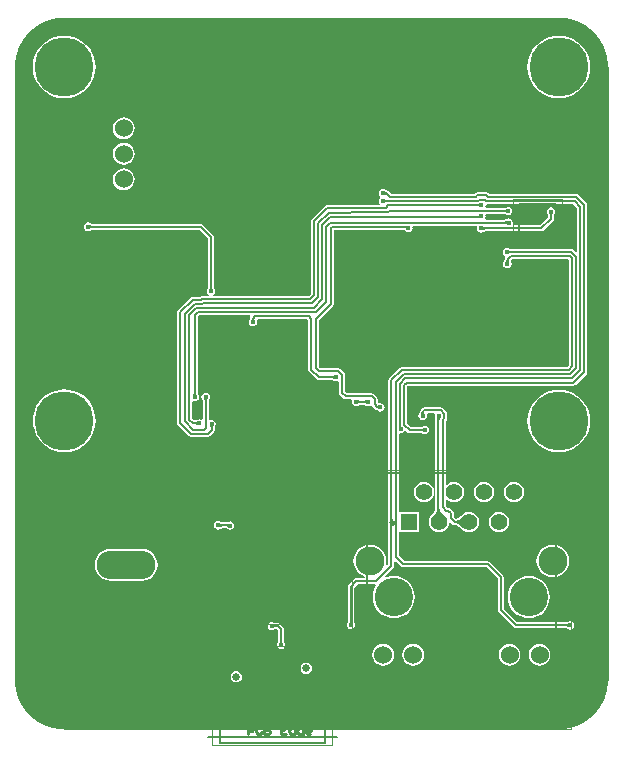
<source format=gbl>
G04*
G04 #@! TF.GenerationSoftware,Altium Limited,Altium Designer,20.0.12 (288)*
G04*
G04 Layer_Physical_Order=2*
G04 Layer_Color=8865052*
%FSLAX44Y44*%
%MOMM*%
G71*
G01*
G75*
%ADD10C,0.2000*%
%ADD11C,0.3000*%
%ADD12C,0.2540*%
%ADD14C,0.1270*%
%ADD16C,0.0000*%
%ADD17C,0.0500*%
%ADD74O,5.0000X2.4000*%
%ADD75O,2.4000X5.0000*%
%ADD76C,0.6500*%
%ADD77O,1.0000X2.0000*%
%ADD78O,0.9000X1.8000*%
%ADD79C,1.5240*%
%ADD80C,3.2500*%
%ADD81C,2.4450*%
%ADD82C,1.5300*%
%ADD83C,1.3980*%
%ADD84R,1.3980X1.3980*%
%ADD85C,5.0000*%
%ADD86C,0.4000*%
G36*
X1752750Y854750D02*
X1755388Y854750D01*
X1760620Y854061D01*
X1765717Y852695D01*
X1770593Y850676D01*
X1775163Y848037D01*
X1779349Y844825D01*
X1783080Y841094D01*
X1786293Y836907D01*
X1788931Y832337D01*
X1790950Y827462D01*
X1792316Y822365D01*
X1793005Y817133D01*
X1793005Y814495D01*
X1793005Y814495D01*
X1793005Y814495D01*
X1793005Y294832D01*
X1793005Y292204D01*
X1792319Y286995D01*
X1790959Y281920D01*
X1788949Y277066D01*
X1786322Y272516D01*
X1783123Y268347D01*
X1779408Y264632D01*
X1775239Y261433D01*
X1770689Y258806D01*
X1765835Y256796D01*
X1760760Y255436D01*
X1755550Y254750D01*
X1752923Y254750D01*
X1752923Y254750D01*
X1752923Y254750D01*
X1333356D01*
X1330711Y254750D01*
X1325467Y255440D01*
X1320358Y256809D01*
X1315471Y258834D01*
X1310890Y261478D01*
X1306694Y264698D01*
X1302953Y268438D01*
X1299733Y272635D01*
X1297089Y277216D01*
X1295064Y282103D01*
X1293695Y287212D01*
X1293005Y292456D01*
X1293005Y295101D01*
X1293005Y295101D01*
X1293005Y814002D01*
Y816673D01*
X1293702Y821969D01*
X1295085Y827128D01*
X1297129Y832063D01*
X1299800Y836689D01*
X1303051Y840927D01*
X1306828Y844704D01*
X1311066Y847955D01*
X1315692Y850626D01*
X1320627Y852670D01*
X1325787Y854053D01*
X1331082Y854750D01*
X1333753Y854750D01*
X1333753Y854750D01*
X1752750Y854750D01*
D02*
G37*
%LPC*%
G36*
X1752250Y840582D02*
X1748092Y840255D01*
X1744036Y839281D01*
X1740182Y837685D01*
X1736626Y835505D01*
X1733454Y832796D01*
X1730745Y829624D01*
X1728565Y826068D01*
X1726969Y822214D01*
X1725995Y818158D01*
X1725668Y814000D01*
X1725995Y809842D01*
X1726969Y805786D01*
X1728565Y801932D01*
X1730745Y798375D01*
X1733454Y795204D01*
X1736626Y792495D01*
X1740182Y790315D01*
X1744036Y788719D01*
X1748092Y787745D01*
X1752250Y787418D01*
X1756408Y787745D01*
X1760464Y788719D01*
X1764318Y790315D01*
X1767874Y792495D01*
X1771046Y795204D01*
X1773755Y798375D01*
X1775935Y801932D01*
X1777531Y805786D01*
X1778505Y809842D01*
X1778832Y814000D01*
X1778505Y818158D01*
X1777531Y822214D01*
X1775935Y826068D01*
X1773755Y829624D01*
X1771046Y832796D01*
X1767874Y835505D01*
X1764318Y837685D01*
X1760464Y839281D01*
X1756408Y840255D01*
X1752250Y840582D01*
D02*
G37*
G36*
X1333500D02*
X1329342Y840255D01*
X1325286Y839281D01*
X1321432Y837685D01*
X1317876Y835505D01*
X1314704Y832796D01*
X1311995Y829624D01*
X1309815Y826068D01*
X1308219Y822214D01*
X1307245Y818158D01*
X1306918Y814000D01*
X1307245Y809842D01*
X1308219Y805786D01*
X1309815Y801932D01*
X1311995Y798375D01*
X1314704Y795204D01*
X1317876Y792495D01*
X1321432Y790315D01*
X1325286Y788719D01*
X1329342Y787745D01*
X1333500Y787418D01*
X1337658Y787745D01*
X1341714Y788719D01*
X1345568Y790315D01*
X1349124Y792495D01*
X1352296Y795204D01*
X1355005Y798375D01*
X1357185Y801932D01*
X1358781Y805786D01*
X1359755Y809842D01*
X1360082Y814000D01*
X1359755Y818158D01*
X1358781Y822214D01*
X1357185Y826068D01*
X1355005Y829624D01*
X1352296Y832796D01*
X1349124Y835505D01*
X1345568Y837685D01*
X1341714Y839281D01*
X1337658Y840255D01*
X1333500Y840582D01*
D02*
G37*
G36*
X1384000Y771249D02*
X1381619Y770935D01*
X1379401Y770016D01*
X1377496Y768554D01*
X1376034Y766649D01*
X1375115Y764431D01*
X1374801Y762050D01*
X1375115Y759669D01*
X1376034Y757451D01*
X1377496Y755546D01*
X1379401Y754084D01*
X1381619Y753165D01*
X1384000Y752851D01*
X1386381Y753165D01*
X1388599Y754084D01*
X1390504Y755546D01*
X1391966Y757451D01*
X1392885Y759669D01*
X1393199Y762050D01*
X1392885Y764431D01*
X1391966Y766649D01*
X1390504Y768554D01*
X1388599Y770016D01*
X1386381Y770935D01*
X1384000Y771249D01*
D02*
G37*
G36*
Y749649D02*
X1381619Y749335D01*
X1379401Y748416D01*
X1377496Y746954D01*
X1376034Y745049D01*
X1375115Y742831D01*
X1374801Y740450D01*
X1375115Y738069D01*
X1376034Y735851D01*
X1377496Y733945D01*
X1379401Y732484D01*
X1381619Y731565D01*
X1384000Y731251D01*
X1386381Y731565D01*
X1388599Y732484D01*
X1390504Y733945D01*
X1391966Y735851D01*
X1392885Y738069D01*
X1393199Y740450D01*
X1392885Y742831D01*
X1391966Y745049D01*
X1390504Y746954D01*
X1388599Y748416D01*
X1386381Y749335D01*
X1384000Y749649D01*
D02*
G37*
G36*
Y728049D02*
X1381619Y727735D01*
X1379401Y726816D01*
X1377496Y725355D01*
X1376034Y723449D01*
X1375115Y721231D01*
X1374801Y718850D01*
X1375115Y716469D01*
X1376034Y714251D01*
X1377496Y712346D01*
X1379401Y710884D01*
X1381619Y709965D01*
X1384000Y709651D01*
X1386381Y709965D01*
X1388599Y710884D01*
X1390504Y712346D01*
X1391966Y714251D01*
X1392885Y716469D01*
X1393199Y718850D01*
X1392885Y721231D01*
X1391966Y723449D01*
X1390504Y725355D01*
X1388599Y726816D01*
X1386381Y727735D01*
X1384000Y728049D01*
D02*
G37*
G36*
X1603750Y710569D02*
X1602384Y710297D01*
X1601227Y709523D01*
X1600453Y708366D01*
X1600181Y707000D01*
X1600453Y705634D01*
X1601227Y704477D01*
X1601233Y704472D01*
Y702945D01*
X1600977Y702773D01*
X1600203Y701616D01*
X1599931Y700250D01*
X1600203Y698884D01*
X1600553Y698361D01*
X1599874Y697091D01*
X1556357D01*
X1555381Y696897D01*
X1554554Y696344D01*
X1543174Y684964D01*
X1542621Y684137D01*
X1542427Y683161D01*
Y621563D01*
X1540663Y619799D01*
X1459750D01*
X1459560Y620369D01*
X1459539Y621069D01*
X1460523Y621727D01*
X1461297Y622884D01*
X1461569Y624250D01*
X1461297Y625616D01*
X1460704Y626502D01*
X1460701Y626539D01*
X1460701Y626586D01*
X1460695Y626601D01*
X1460694Y626618D01*
X1460674Y626656D01*
X1460670Y626670D01*
X1460658Y626719D01*
X1460649Y626777D01*
X1460626Y627049D01*
X1460623Y627212D01*
X1460549Y627383D01*
Y670250D01*
X1460355Y671226D01*
X1459802Y672052D01*
X1451302Y680552D01*
X1450475Y681105D01*
X1449500Y681299D01*
X1356904D01*
X1356745Y681372D01*
X1356384Y681386D01*
X1356297Y681396D01*
X1356219Y681408D01*
X1356170Y681420D01*
X1356156Y681424D01*
X1356118Y681444D01*
X1356101Y681445D01*
X1356086Y681451D01*
X1356039Y681451D01*
X1356003Y681454D01*
X1355116Y682047D01*
X1353750Y682319D01*
X1352384Y682047D01*
X1351227Y681273D01*
X1350453Y680116D01*
X1350181Y678750D01*
X1350453Y677384D01*
X1351227Y676227D01*
X1352384Y675453D01*
X1353750Y675181D01*
X1355116Y675453D01*
X1356003Y676046D01*
X1356039Y676049D01*
X1356086Y676049D01*
X1356101Y676055D01*
X1356118Y676056D01*
X1356156Y676076D01*
X1356170Y676080D01*
X1356219Y676092D01*
X1356277Y676101D01*
X1356549Y676124D01*
X1356712Y676127D01*
X1356883Y676201D01*
X1448444D01*
X1455451Y669194D01*
Y627404D01*
X1455378Y627244D01*
X1455364Y626884D01*
X1455354Y626797D01*
X1455342Y626719D01*
X1455331Y626670D01*
X1455326Y626656D01*
X1455306Y626618D01*
X1455305Y626601D01*
X1455299Y626586D01*
X1455299Y626539D01*
X1455296Y626502D01*
X1454703Y625616D01*
X1454431Y624250D01*
X1454703Y622884D01*
X1455477Y621727D01*
X1456461Y621069D01*
X1456440Y620369D01*
X1456250Y619799D01*
X1449247D01*
X1448271Y619605D01*
X1448187Y619549D01*
X1442546D01*
X1441570Y619355D01*
X1440743Y618802D01*
X1429948Y608007D01*
X1429395Y607180D01*
X1429201Y606204D01*
Y512876D01*
X1429395Y511901D01*
X1429948Y511074D01*
X1439324Y501698D01*
X1440151Y501145D01*
X1441126Y500951D01*
X1455250D01*
X1456225Y501145D01*
X1457052Y501698D01*
X1460052Y504698D01*
X1460605Y505524D01*
X1460799Y506500D01*
Y508596D01*
X1460872Y508755D01*
X1460886Y509116D01*
X1460896Y509203D01*
X1460908Y509281D01*
X1460919Y509330D01*
X1460924Y509344D01*
X1460944Y509382D01*
X1460945Y509399D01*
X1460951Y509414D01*
X1460951Y509461D01*
X1460954Y509497D01*
X1461547Y510384D01*
X1461819Y511750D01*
X1461547Y513116D01*
X1460773Y514273D01*
X1459616Y515047D01*
X1458250Y515319D01*
X1457069Y515084D01*
X1455980Y515530D01*
X1455799Y515627D01*
Y531596D01*
X1455872Y531756D01*
X1455886Y532116D01*
X1455896Y532203D01*
X1455908Y532281D01*
X1455919Y532330D01*
X1455924Y532344D01*
X1455944Y532382D01*
X1455945Y532399D01*
X1455951Y532414D01*
X1455951Y532461D01*
X1455954Y532497D01*
X1456547Y533384D01*
X1456819Y534750D01*
X1456547Y536116D01*
X1455773Y537273D01*
X1454616Y538047D01*
X1453250Y538319D01*
X1451884Y538047D01*
X1450727Y537273D01*
X1449953Y536116D01*
X1449681Y534750D01*
X1449953Y533384D01*
X1450546Y532497D01*
X1450549Y532461D01*
X1450549Y532414D01*
X1450555Y532399D01*
X1450556Y532382D01*
X1450576Y532344D01*
X1450580Y532330D01*
X1450592Y532281D01*
X1450601Y532223D01*
X1450624Y531951D01*
X1450627Y531788D01*
X1450701Y531617D01*
Y515993D01*
X1449431Y515314D01*
X1449184Y515479D01*
X1447818Y515751D01*
X1446452Y515479D01*
X1445728Y514995D01*
X1445687Y514983D01*
X1445677Y514981D01*
X1445608Y514977D01*
X1445585Y514978D01*
X1445578Y514975D01*
X1445561Y514974D01*
X1445521Y514955D01*
X1445509Y514953D01*
X1445501Y514948D01*
X1445487Y514944D01*
X1445430Y514932D01*
X1445363Y514922D01*
X1445082Y514900D01*
X1444914Y514897D01*
X1444743Y514823D01*
X1443307D01*
X1441799Y516331D01*
Y530350D01*
X1443069Y531117D01*
X1444000Y530931D01*
X1445366Y531203D01*
X1446523Y531977D01*
X1447297Y533134D01*
X1447569Y534500D01*
X1447297Y535866D01*
X1446704Y536753D01*
X1446701Y536789D01*
X1446701Y536836D01*
X1446695Y536851D01*
X1446694Y536868D01*
X1446674Y536906D01*
X1446669Y536920D01*
X1446658Y536969D01*
X1446649Y537027D01*
X1446626Y537299D01*
X1446623Y537462D01*
X1446549Y537633D01*
Y602549D01*
X1447951Y603951D01*
X1491040D01*
X1491225Y603503D01*
X1491430Y602681D01*
X1490961Y601980D01*
X1490833Y601333D01*
X1490694Y601031D01*
X1490703Y601006D01*
X1490693Y600982D01*
X1490691Y600780D01*
X1490679Y600462D01*
X1490678Y600451D01*
X1489953Y599366D01*
X1489681Y598000D01*
X1489953Y596634D01*
X1490727Y595477D01*
X1491884Y594703D01*
X1493250Y594431D01*
X1494616Y594703D01*
X1495773Y595477D01*
X1496547Y596634D01*
X1496819Y598000D01*
X1496590Y599148D01*
X1497021Y599971D01*
X1497371Y600418D01*
X1539496D01*
X1540201Y599713D01*
Y557558D01*
X1540395Y556582D01*
X1540948Y555755D01*
X1547255Y549448D01*
X1548082Y548895D01*
X1549058Y548701D01*
X1560346D01*
X1560506Y548628D01*
X1560866Y548614D01*
X1560953Y548604D01*
X1561031Y548592D01*
X1561080Y548581D01*
X1561094Y548576D01*
X1561132Y548556D01*
X1561149Y548555D01*
X1561164Y548549D01*
X1561211Y548549D01*
X1561248Y548546D01*
X1562134Y547953D01*
X1563500Y547681D01*
X1564681Y547916D01*
X1565769Y547470D01*
X1565951Y547373D01*
Y538250D01*
X1566145Y537275D01*
X1566698Y536448D01*
X1569948Y533198D01*
X1570775Y532645D01*
X1571750Y532451D01*
X1576574D01*
X1577458Y531181D01*
X1577322Y530500D01*
X1577594Y529134D01*
X1578368Y527977D01*
X1579525Y527203D01*
X1580891Y526931D01*
X1582257Y527203D01*
X1583143Y527796D01*
X1583180Y527799D01*
X1583227Y527799D01*
X1583242Y527805D01*
X1583259Y527806D01*
X1583297Y527826D01*
X1583311Y527831D01*
X1583360Y527842D01*
X1583418Y527851D01*
X1583690Y527874D01*
X1583853Y527877D01*
X1584024Y527951D01*
X1587346D01*
X1587505Y527878D01*
X1587866Y527864D01*
X1587953Y527854D01*
X1588031Y527842D01*
X1588080Y527831D01*
X1588094Y527826D01*
X1588132Y527806D01*
X1588149Y527805D01*
X1588164Y527799D01*
X1588211Y527799D01*
X1588248Y527796D01*
X1589134Y527203D01*
X1590500Y526931D01*
X1591866Y527203D01*
X1592523Y527642D01*
X1593841Y527270D01*
X1593945Y527181D01*
X1594448Y526428D01*
X1596546Y524330D01*
X1597372Y523778D01*
X1597902Y523672D01*
X1598200Y523516D01*
X1598263Y523535D01*
X1598323Y523509D01*
X1598465Y523507D01*
X1598652Y523227D01*
X1599810Y522453D01*
X1601176Y522181D01*
X1602541Y522453D01*
X1603699Y523227D01*
X1604473Y524384D01*
X1604744Y525750D01*
X1604473Y527116D01*
X1603699Y528273D01*
X1602541Y529047D01*
X1601176Y529319D01*
X1599984Y529082D01*
X1599262Y529509D01*
X1598799Y529899D01*
Y532750D01*
X1598605Y533726D01*
X1598052Y534552D01*
X1595802Y536802D01*
X1594975Y537355D01*
X1594000Y537549D01*
X1572806D01*
X1571049Y539306D01*
Y553500D01*
X1570855Y554475D01*
X1570302Y555302D01*
X1567552Y558052D01*
X1566725Y558605D01*
X1565750Y558799D01*
X1550063D01*
X1548875Y559987D01*
Y599520D01*
X1560858Y611503D01*
X1561410Y612330D01*
X1561604Y613305D01*
Y676064D01*
X1621451D01*
X1621535Y676012D01*
X1621655Y676040D01*
X1621767Y675990D01*
X1621800Y675989D01*
X1622477Y674977D01*
X1623634Y674203D01*
X1625000Y673931D01*
X1626366Y674203D01*
X1627523Y674977D01*
X1628297Y676134D01*
X1628569Y677500D01*
X1628383Y678431D01*
X1629150Y679701D01*
X1682623D01*
X1682720Y679520D01*
X1683166Y678431D01*
X1682931Y677250D01*
X1683203Y675884D01*
X1683977Y674727D01*
X1685134Y673953D01*
X1686500Y673681D01*
X1687866Y673953D01*
X1688752Y674546D01*
X1688789Y674549D01*
X1688836Y674549D01*
X1688851Y674555D01*
X1688868Y674556D01*
X1688906Y674576D01*
X1688920Y674581D01*
X1688969Y674592D01*
X1689027Y674601D01*
X1689299Y674624D01*
X1689462Y674627D01*
X1689633Y674701D01*
X1737500D01*
X1738475Y674895D01*
X1739302Y675448D01*
X1747302Y683448D01*
X1747855Y684275D01*
X1748049Y685250D01*
Y688827D01*
X1748273Y688977D01*
X1749047Y690134D01*
X1749319Y691500D01*
X1749047Y692866D01*
X1748273Y694023D01*
X1747116Y694797D01*
X1745750Y695069D01*
X1744384Y694797D01*
X1743227Y694023D01*
X1742453Y692866D01*
X1742181Y691500D01*
X1742453Y690134D01*
X1742951Y689389D01*
Y686306D01*
X1736444Y679799D01*
X1713627D01*
X1713530Y679980D01*
X1713084Y681069D01*
X1713319Y682250D01*
X1713047Y683616D01*
X1712273Y684773D01*
X1711116Y685547D01*
X1709750Y685819D01*
X1708384Y685547D01*
X1707498Y684954D01*
X1707461Y684951D01*
X1707414Y684951D01*
X1707399Y684945D01*
X1707382Y684944D01*
X1707344Y684924D01*
X1707330Y684920D01*
X1707281Y684908D01*
X1707223Y684899D01*
X1706951Y684876D01*
X1706788Y684873D01*
X1706617Y684799D01*
X1690682D01*
X1690003Y686069D01*
X1690047Y686134D01*
X1690319Y687500D01*
X1690133Y688431D01*
X1690900Y689701D01*
X1706346D01*
X1706506Y689628D01*
X1706866Y689614D01*
X1706953Y689604D01*
X1707031Y689592D01*
X1707080Y689581D01*
X1707094Y689576D01*
X1707132Y689556D01*
X1707149Y689555D01*
X1707164Y689549D01*
X1707211Y689549D01*
X1707247Y689546D01*
X1708134Y688953D01*
X1709500Y688681D01*
X1710866Y688953D01*
X1712023Y689727D01*
X1712797Y690884D01*
X1713069Y692250D01*
X1712797Y693616D01*
X1712023Y694773D01*
X1710866Y695547D01*
X1709500Y695819D01*
X1708134Y695547D01*
X1707247Y694954D01*
X1707211Y694951D01*
X1707164Y694951D01*
X1707149Y694945D01*
X1707132Y694944D01*
X1707094Y694924D01*
X1707080Y694920D01*
X1707031Y694908D01*
X1706973Y694899D01*
X1706701Y694876D01*
X1706538Y694873D01*
X1706367Y694799D01*
X1690627D01*
X1690530Y694980D01*
X1690084Y696069D01*
X1690319Y697250D01*
X1691474Y697951D01*
X1764693D01*
X1767951Y694693D01*
Y657563D01*
X1766778Y657077D01*
X1764802Y659052D01*
X1763976Y659605D01*
X1763000Y659799D01*
X1711235D01*
X1710116Y660547D01*
X1708750Y660819D01*
X1707384Y660547D01*
X1706227Y659773D01*
X1705453Y658616D01*
X1705181Y657250D01*
X1705453Y655884D01*
X1706227Y654727D01*
X1706823Y654328D01*
X1707098Y652872D01*
X1707066Y652754D01*
X1706556Y651990D01*
X1706362Y651014D01*
Y650544D01*
X1706294Y650416D01*
X1706313Y650356D01*
X1706287Y650299D01*
X1706284Y650121D01*
X1706276Y650001D01*
X1706264Y649907D01*
X1706253Y649842D01*
X1706246Y649815D01*
X1706234Y649796D01*
X1706232Y649780D01*
X1706230Y649775D01*
X1706227Y649773D01*
X1705453Y648616D01*
X1705181Y647250D01*
X1705453Y645884D01*
X1706227Y644727D01*
X1707384Y643953D01*
X1708750Y643681D01*
X1710116Y643953D01*
X1711273Y644727D01*
X1712047Y645884D01*
X1712319Y647250D01*
X1712047Y648616D01*
X1711635Y649232D01*
X1711621Y649287D01*
X1711617Y649312D01*
X1711615Y649396D01*
X1711615Y649401D01*
X1711615Y649403D01*
X1711614Y649419D01*
X1711598Y649455D01*
X1711596Y649467D01*
X1711588Y649482D01*
X1711580Y649509D01*
X1711568Y649573D01*
X1711557Y649646D01*
X1711537Y649934D01*
X1711535Y650034D01*
X1712702Y651201D01*
X1760495D01*
X1760851Y650844D01*
Y561447D01*
X1759493Y560089D01*
X1619483D01*
X1618507Y559895D01*
X1617680Y559342D01*
X1608753Y550415D01*
X1608200Y549588D01*
X1608006Y548612D01*
Y392861D01*
X1606705Y391559D01*
X1605703Y392354D01*
X1606143Y395700D01*
X1605672Y399283D01*
X1604289Y402622D01*
X1602089Y405489D01*
X1599222Y407689D01*
X1595883Y409072D01*
X1592300Y409543D01*
X1588717Y409072D01*
X1585378Y407689D01*
X1582511Y405489D01*
X1580311Y402622D01*
X1578928Y399283D01*
X1578457Y395700D01*
X1578928Y392117D01*
X1580311Y388778D01*
X1582511Y385911D01*
X1585378Y383711D01*
X1588136Y382569D01*
X1587883Y381299D01*
X1581000D01*
X1580025Y381105D01*
X1579198Y380552D01*
X1574448Y375802D01*
X1573895Y374976D01*
X1573701Y374000D01*
Y344904D01*
X1573628Y344744D01*
X1573614Y344384D01*
X1573604Y344297D01*
X1573592Y344219D01*
X1573580Y344170D01*
X1573576Y344156D01*
X1573556Y344118D01*
X1573555Y344101D01*
X1573549Y344086D01*
X1573549Y344039D01*
X1573546Y344002D01*
X1572953Y343116D01*
X1572681Y341750D01*
X1572953Y340384D01*
X1573727Y339227D01*
X1574884Y338453D01*
X1576250Y338181D01*
X1577616Y338453D01*
X1578773Y339227D01*
X1579547Y340384D01*
X1579819Y341750D01*
X1579547Y343116D01*
X1578954Y344002D01*
X1578951Y344039D01*
X1578951Y344086D01*
X1578945Y344101D01*
X1578944Y344118D01*
X1578924Y344156D01*
X1578920Y344170D01*
X1578908Y344219D01*
X1578899Y344277D01*
X1578876Y344549D01*
X1578873Y344712D01*
X1578799Y344883D01*
Y372944D01*
X1582056Y376201D01*
X1597023D01*
X1597577Y375392D01*
X1597659Y375187D01*
X1597694Y374966D01*
X1596122Y372025D01*
X1595107Y368680D01*
X1594764Y365200D01*
X1595107Y361720D01*
X1596122Y358374D01*
X1597770Y355291D01*
X1599988Y352588D01*
X1602691Y350370D01*
X1605775Y348722D01*
X1609120Y347707D01*
X1612600Y347364D01*
X1616080Y347707D01*
X1619426Y348722D01*
X1622509Y350370D01*
X1625212Y352588D01*
X1627430Y355291D01*
X1629078Y358374D01*
X1630093Y361720D01*
X1630436Y365200D01*
X1630093Y368680D01*
X1629078Y372025D01*
X1627430Y375109D01*
X1625212Y377812D01*
X1622509Y380030D01*
X1619426Y381678D01*
X1616080Y382693D01*
X1612600Y383036D01*
X1609120Y382693D01*
X1605775Y381678D01*
X1605127Y382772D01*
X1612358Y390003D01*
X1612910Y390830D01*
X1613104Y391805D01*
Y395132D01*
X1614277Y395618D01*
X1618948Y390948D01*
X1619775Y390395D01*
X1620750Y390201D01*
X1691444D01*
X1700451Y381194D01*
Y354000D01*
X1700645Y353025D01*
X1701198Y352198D01*
X1713948Y339448D01*
X1714775Y338895D01*
X1715750Y338701D01*
X1758846D01*
X1759005Y338628D01*
X1759366Y338614D01*
X1759453Y338604D01*
X1759531Y338592D01*
X1759580Y338581D01*
X1759594Y338576D01*
X1759632Y338556D01*
X1759649Y338555D01*
X1759664Y338549D01*
X1759711Y338549D01*
X1759747Y338546D01*
X1760634Y337953D01*
X1762000Y337681D01*
X1763366Y337953D01*
X1764523Y338727D01*
X1765297Y339884D01*
X1765569Y341250D01*
X1765297Y342616D01*
X1764523Y343773D01*
X1763366Y344547D01*
X1762000Y344819D01*
X1760634Y344547D01*
X1759747Y343954D01*
X1759711Y343951D01*
X1759664Y343951D01*
X1759649Y343945D01*
X1759632Y343944D01*
X1759594Y343924D01*
X1759580Y343919D01*
X1759531Y343908D01*
X1759473Y343899D01*
X1759201Y343876D01*
X1759038Y343873D01*
X1758867Y343799D01*
X1716806D01*
X1705549Y355056D01*
Y382250D01*
X1705355Y383225D01*
X1704802Y384052D01*
X1694302Y394552D01*
X1693475Y395105D01*
X1692500Y395299D01*
X1621806D01*
X1616604Y400501D01*
Y419005D01*
X1616760Y420210D01*
X1617874Y420210D01*
X1633740D01*
Y437190D01*
X1616760Y437190D01*
X1616604Y438395D01*
Y503433D01*
X1617874Y504317D01*
X1618555Y504181D01*
X1619921Y504453D01*
X1621078Y505227D01*
X1621464Y505804D01*
X1622987Y506077D01*
X1624117Y504948D01*
X1624944Y504395D01*
X1625919Y504201D01*
X1635596D01*
X1635756Y504128D01*
X1636116Y504114D01*
X1636203Y504104D01*
X1636281Y504092D01*
X1636330Y504081D01*
X1636344Y504076D01*
X1636382Y504056D01*
X1636399Y504055D01*
X1636414Y504049D01*
X1636461Y504049D01*
X1636497Y504046D01*
X1637384Y503453D01*
X1638750Y503181D01*
X1640116Y503453D01*
X1641273Y504227D01*
X1642047Y505384D01*
X1642319Y506750D01*
X1642047Y508116D01*
X1641273Y509273D01*
X1640116Y510047D01*
X1638750Y510319D01*
X1637384Y510047D01*
X1636497Y509454D01*
X1636461Y509451D01*
X1636414Y509451D01*
X1636399Y509445D01*
X1636382Y509444D01*
X1636344Y509424D01*
X1636330Y509420D01*
X1636281Y509408D01*
X1636223Y509399D01*
X1635951Y509376D01*
X1635788Y509373D01*
X1635617Y509299D01*
X1626975D01*
X1623969Y512305D01*
Y543572D01*
X1624644Y544247D01*
X1764654D01*
X1765630Y544441D01*
X1766456Y544994D01*
X1775802Y554340D01*
X1776355Y555167D01*
X1776549Y556142D01*
Y690750D01*
Y697199D01*
X1776355Y698174D01*
X1775802Y699001D01*
X1768751Y706052D01*
X1767924Y706605D01*
X1766949Y706799D01*
X1693056D01*
X1692802Y707052D01*
X1691976Y707605D01*
X1691000Y707799D01*
X1683436D01*
X1682461Y707605D01*
X1681634Y707052D01*
X1681131Y706549D01*
X1610556D01*
X1608463Y708642D01*
X1607636Y709194D01*
X1607054Y709310D01*
X1606727Y709462D01*
X1606697Y709451D01*
X1606668Y709463D01*
X1606479Y709464D01*
X1606310Y709469D01*
X1606273Y709523D01*
X1605116Y710297D01*
X1603750Y710569D01*
D02*
G37*
G36*
X1333750Y541082D02*
X1329592Y540755D01*
X1325536Y539781D01*
X1321682Y538185D01*
X1318125Y536005D01*
X1314954Y533296D01*
X1312245Y530125D01*
X1310065Y526568D01*
X1308469Y522714D01*
X1307495Y518658D01*
X1307168Y514500D01*
X1307495Y510342D01*
X1308469Y506286D01*
X1310065Y502432D01*
X1312245Y498876D01*
X1314954Y495704D01*
X1318125Y492995D01*
X1321682Y490815D01*
X1325536Y489219D01*
X1329592Y488245D01*
X1333750Y487918D01*
X1337908Y488245D01*
X1341964Y489219D01*
X1345818Y490815D01*
X1349375Y492995D01*
X1352546Y495704D01*
X1355255Y498876D01*
X1357435Y502432D01*
X1359031Y506286D01*
X1360005Y510342D01*
X1360332Y514500D01*
X1360005Y518658D01*
X1359031Y522714D01*
X1357435Y526568D01*
X1355255Y530125D01*
X1352546Y533296D01*
X1349375Y536005D01*
X1345818Y538185D01*
X1341964Y539781D01*
X1337908Y540755D01*
X1333750Y541082D01*
D02*
G37*
G36*
X1752250Y540832D02*
X1748092Y540505D01*
X1744036Y539531D01*
X1740182Y537935D01*
X1736626Y535755D01*
X1733454Y533046D01*
X1730745Y529874D01*
X1728565Y526318D01*
X1726969Y522464D01*
X1725995Y518408D01*
X1725668Y514250D01*
X1725995Y510092D01*
X1726969Y506036D01*
X1728565Y502182D01*
X1730745Y498625D01*
X1733454Y495454D01*
X1736626Y492745D01*
X1740182Y490565D01*
X1744036Y488969D01*
X1748092Y487995D01*
X1752250Y487668D01*
X1756408Y487995D01*
X1760464Y488969D01*
X1764318Y490565D01*
X1767874Y492745D01*
X1771046Y495454D01*
X1773755Y498625D01*
X1775935Y502182D01*
X1777531Y506036D01*
X1778505Y510092D01*
X1778832Y514250D01*
X1778505Y518408D01*
X1777531Y522464D01*
X1775935Y526318D01*
X1773755Y529874D01*
X1771046Y533046D01*
X1767874Y535755D01*
X1764318Y537935D01*
X1760464Y539531D01*
X1756408Y540505D01*
X1752250Y540832D01*
D02*
G37*
G36*
X1714150Y462663D02*
X1711934Y462371D01*
X1709868Y461516D01*
X1708095Y460155D01*
X1706734Y458382D01*
X1705879Y456316D01*
X1705587Y454100D01*
X1705879Y451884D01*
X1706734Y449818D01*
X1708095Y448045D01*
X1709868Y446684D01*
X1711934Y445829D01*
X1714150Y445537D01*
X1716366Y445829D01*
X1718432Y446684D01*
X1720205Y448045D01*
X1721566Y449818D01*
X1722422Y451884D01*
X1722713Y454100D01*
X1722422Y456316D01*
X1721566Y458382D01*
X1720205Y460155D01*
X1718432Y461516D01*
X1716366Y462371D01*
X1714150Y462663D01*
D02*
G37*
G36*
X1688750D02*
X1686534Y462371D01*
X1684468Y461516D01*
X1682695Y460155D01*
X1681334Y458382D01*
X1680479Y456316D01*
X1680187Y454100D01*
X1680479Y451884D01*
X1681334Y449818D01*
X1682695Y448045D01*
X1684468Y446684D01*
X1686534Y445829D01*
X1688750Y445537D01*
X1690966Y445829D01*
X1693032Y446684D01*
X1694805Y448045D01*
X1696166Y449818D01*
X1697021Y451884D01*
X1697313Y454100D01*
X1697021Y456316D01*
X1696166Y458382D01*
X1694805Y460155D01*
X1693032Y461516D01*
X1690966Y462371D01*
X1688750Y462663D01*
D02*
G37*
G36*
X1652692Y525720D02*
X1638172D01*
X1637196Y525527D01*
X1636369Y524974D01*
X1635198Y523802D01*
X1634645Y522975D01*
X1634451Y522000D01*
Y521904D01*
X1634378Y521744D01*
X1634364Y521384D01*
X1634354Y521297D01*
X1634342Y521219D01*
X1634330Y521170D01*
X1634326Y521156D01*
X1634306Y521118D01*
X1634305Y521101D01*
X1634299Y521086D01*
X1634299Y521039D01*
X1634296Y521003D01*
X1633703Y520116D01*
X1633431Y518750D01*
X1633703Y517384D01*
X1634477Y516227D01*
X1635634Y515453D01*
X1637000Y515181D01*
X1638366Y515453D01*
X1639523Y516227D01*
X1640297Y517384D01*
X1640569Y518750D01*
X1640449Y519353D01*
X1641369Y520623D01*
X1646798D01*
X1647601Y519353D01*
X1647431Y518500D01*
X1647638Y517459D01*
X1647624Y517416D01*
X1647735Y515714D01*
X1647737Y515399D01*
X1647811Y515221D01*
Y440031D01*
X1647742Y439897D01*
X1647713Y439549D01*
X1647646Y439254D01*
X1647513Y438879D01*
X1647305Y438432D01*
X1647018Y437921D01*
X1646670Y437383D01*
X1645040Y435330D01*
X1644355Y434579D01*
X1644261Y434320D01*
X1643234Y432982D01*
X1642379Y430916D01*
X1642087Y428700D01*
X1642379Y426484D01*
X1643234Y424418D01*
X1644595Y422645D01*
X1646368Y421284D01*
X1648434Y420429D01*
X1650650Y420137D01*
X1652866Y420429D01*
X1654932Y421284D01*
X1656705Y422645D01*
X1658066Y424418D01*
X1658922Y426484D01*
X1659148Y428201D01*
X1660397Y428713D01*
X1660432Y428714D01*
X1662248Y426898D01*
X1663075Y426345D01*
X1664050Y426151D01*
X1664671D01*
X1664806Y426082D01*
X1665164Y426053D01*
X1665459Y425984D01*
X1665826Y425851D01*
X1666259Y425643D01*
X1666750Y425355D01*
X1667293Y424984D01*
X1667870Y424540D01*
X1669200Y423361D01*
X1669917Y422653D01*
X1670063Y422593D01*
X1671768Y421284D01*
X1673834Y420429D01*
X1676050Y420137D01*
X1678266Y420429D01*
X1680332Y421284D01*
X1682105Y422645D01*
X1683466Y424418D01*
X1684321Y426484D01*
X1684613Y428700D01*
X1684321Y430916D01*
X1683466Y432982D01*
X1682105Y434755D01*
X1680332Y436116D01*
X1678266Y436971D01*
X1676050Y437263D01*
X1673834Y436971D01*
X1671768Y436116D01*
X1670063Y434807D01*
X1669917Y434748D01*
X1669200Y434039D01*
X1667870Y432860D01*
X1667293Y432416D01*
X1666751Y432046D01*
X1666259Y431757D01*
X1665826Y431549D01*
X1665459Y431416D01*
X1665164Y431348D01*
X1665019Y431336D01*
X1663595Y432760D01*
Y436018D01*
X1663401Y436994D01*
X1662848Y437821D01*
X1660616Y440052D01*
X1659790Y440605D01*
X1658814Y440799D01*
X1657806D01*
X1656409Y442196D01*
Y447233D01*
X1657679Y447750D01*
X1659068Y446684D01*
X1661134Y445829D01*
X1663350Y445537D01*
X1665566Y445829D01*
X1667632Y446684D01*
X1669405Y448045D01*
X1670766Y449818D01*
X1671622Y451884D01*
X1671913Y454100D01*
X1671622Y456316D01*
X1670766Y458382D01*
X1669405Y460155D01*
X1667632Y461516D01*
X1665566Y462371D01*
X1663350Y462663D01*
X1661134Y462371D01*
X1659068Y461516D01*
X1657679Y460450D01*
X1656409Y460967D01*
Y513774D01*
X1657302Y514668D01*
X1657855Y515494D01*
X1658049Y516470D01*
Y520364D01*
X1657855Y521339D01*
X1657302Y522166D01*
X1654495Y524974D01*
X1653668Y525527D01*
X1652692Y525720D01*
D02*
G37*
G36*
X1637950Y462663D02*
X1635734Y462371D01*
X1633668Y461516D01*
X1631895Y460155D01*
X1630534Y458382D01*
X1629679Y456316D01*
X1629387Y454100D01*
X1629679Y451884D01*
X1630534Y449818D01*
X1631895Y448045D01*
X1633668Y446684D01*
X1635734Y445829D01*
X1637950Y445537D01*
X1640166Y445829D01*
X1642232Y446684D01*
X1644005Y448045D01*
X1645366Y449818D01*
X1646221Y451884D01*
X1646513Y454100D01*
X1646221Y456316D01*
X1645366Y458382D01*
X1644005Y460155D01*
X1642232Y461516D01*
X1640166Y462371D01*
X1637950Y462663D01*
D02*
G37*
G36*
X1463875Y429444D02*
X1462509Y429172D01*
X1461352Y428398D01*
X1460578Y427241D01*
X1460306Y425875D01*
X1460578Y424509D01*
X1461352Y423352D01*
X1462509Y422578D01*
X1463875Y422306D01*
X1465241Y422578D01*
X1466016Y423097D01*
X1466044Y423105D01*
X1466047Y423106D01*
X1466113Y423110D01*
X1466142Y423109D01*
X1466151Y423113D01*
X1466168Y423114D01*
X1466211Y423135D01*
X1466223Y423137D01*
X1466227Y423140D01*
X1466235Y423143D01*
X1466290Y423154D01*
X1466354Y423164D01*
X1466632Y423186D01*
X1466798Y423189D01*
X1466969Y423264D01*
X1471060D01*
X1471218Y423190D01*
X1471575Y423176D01*
X1471657Y423167D01*
X1471730Y423154D01*
X1471774Y423144D01*
X1471778Y423142D01*
X1471810Y423125D01*
X1471826Y423123D01*
X1471848Y423114D01*
X1471896Y423113D01*
X1472884Y422453D01*
X1474250Y422181D01*
X1475616Y422453D01*
X1476773Y423227D01*
X1477547Y424384D01*
X1477819Y425750D01*
X1477547Y427116D01*
X1476773Y428273D01*
X1475616Y429047D01*
X1474250Y429319D01*
X1472884Y429047D01*
X1472109Y428529D01*
X1472081Y428520D01*
X1472077Y428519D01*
X1472014Y428515D01*
X1471983Y428516D01*
X1471974Y428512D01*
X1471957Y428511D01*
X1471914Y428490D01*
X1471902Y428488D01*
X1471898Y428485D01*
X1471890Y428483D01*
X1471835Y428470D01*
X1471771Y428461D01*
X1471493Y428439D01*
X1471327Y428436D01*
X1471156Y428362D01*
X1467065D01*
X1466907Y428435D01*
X1466550Y428449D01*
X1466467Y428458D01*
X1466395Y428471D01*
X1466351Y428481D01*
X1466347Y428483D01*
X1466315Y428500D01*
X1466298Y428502D01*
X1466277Y428511D01*
X1466229Y428512D01*
X1465241Y429172D01*
X1463875Y429444D01*
D02*
G37*
G36*
X1701450Y437263D02*
X1699234Y436971D01*
X1697168Y436116D01*
X1695395Y434755D01*
X1694034Y432982D01*
X1693179Y430916D01*
X1692887Y428700D01*
X1693179Y426484D01*
X1694034Y424418D01*
X1695395Y422645D01*
X1697168Y421284D01*
X1699234Y420429D01*
X1701450Y420137D01*
X1703666Y420429D01*
X1705732Y421284D01*
X1707505Y422645D01*
X1708866Y424418D01*
X1709722Y426484D01*
X1710013Y428700D01*
X1709722Y430916D01*
X1708866Y432982D01*
X1707505Y434755D01*
X1705732Y436116D01*
X1703666Y436971D01*
X1701450Y437263D01*
D02*
G37*
G36*
X1747200Y409543D02*
X1743617Y409072D01*
X1740278Y407689D01*
X1737411Y405489D01*
X1735211Y402622D01*
X1733828Y399283D01*
X1733357Y395700D01*
X1733828Y392117D01*
X1735211Y388778D01*
X1737411Y385911D01*
X1740278Y383711D01*
X1743617Y382328D01*
X1747200Y381856D01*
X1750783Y382328D01*
X1754122Y383711D01*
X1756989Y385911D01*
X1759189Y388778D01*
X1760572Y392117D01*
X1761044Y395700D01*
X1760572Y399283D01*
X1759189Y402622D01*
X1756989Y405489D01*
X1754122Y407689D01*
X1750783Y409072D01*
X1747200Y409543D01*
D02*
G37*
G36*
X1399000Y406116D02*
X1373000D01*
X1369476Y405653D01*
X1366192Y404292D01*
X1363372Y402128D01*
X1361208Y399308D01*
X1359848Y396024D01*
X1359384Y392500D01*
X1359848Y388976D01*
X1361208Y385692D01*
X1363372Y382872D01*
X1366192Y380708D01*
X1369476Y379347D01*
X1373000Y378884D01*
X1399000D01*
X1402524Y379347D01*
X1405808Y380708D01*
X1408628Y382872D01*
X1410792Y385692D01*
X1412153Y388976D01*
X1412616Y392500D01*
X1412153Y396024D01*
X1410792Y399308D01*
X1408628Y402128D01*
X1405808Y404292D01*
X1402524Y405653D01*
X1399000Y406116D01*
D02*
G37*
G36*
X1726900Y383036D02*
X1723421Y382693D01*
X1720075Y381678D01*
X1716991Y380030D01*
X1714288Y377812D01*
X1712070Y375109D01*
X1710422Y372025D01*
X1709407Y368680D01*
X1709064Y365200D01*
X1709407Y361720D01*
X1710422Y358374D01*
X1712070Y355291D01*
X1714288Y352588D01*
X1716991Y350370D01*
X1720075Y348722D01*
X1723421Y347707D01*
X1726900Y347364D01*
X1730380Y347707D01*
X1733725Y348722D01*
X1736809Y350370D01*
X1739512Y352588D01*
X1741730Y355291D01*
X1743378Y358374D01*
X1744393Y361720D01*
X1744736Y365200D01*
X1744393Y368680D01*
X1743378Y372025D01*
X1741730Y375109D01*
X1739512Y377812D01*
X1736809Y380030D01*
X1733725Y381678D01*
X1730380Y382693D01*
X1726900Y383036D01*
D02*
G37*
G36*
X1509250Y344319D02*
X1507884Y344047D01*
X1506727Y343273D01*
X1505953Y342116D01*
X1505681Y340750D01*
X1505953Y339384D01*
X1506727Y338227D01*
X1507884Y337453D01*
X1509250Y337181D01*
X1510616Y337453D01*
X1511503Y338046D01*
X1511539Y338049D01*
X1511586Y338049D01*
X1511601Y338055D01*
X1511618Y338056D01*
X1511656Y338076D01*
X1511670Y338080D01*
X1511719Y338092D01*
X1511777Y338101D01*
X1512049Y338124D01*
X1512212Y338127D01*
X1512383Y338201D01*
X1513694D01*
X1514701Y337194D01*
Y327904D01*
X1514628Y327744D01*
X1514614Y327384D01*
X1514604Y327297D01*
X1514592Y327219D01*
X1514581Y327170D01*
X1514576Y327156D01*
X1514556Y327118D01*
X1514555Y327101D01*
X1514549Y327086D01*
X1514549Y327039D01*
X1514546Y327002D01*
X1513953Y326116D01*
X1513681Y324750D01*
X1513953Y323384D01*
X1514727Y322227D01*
X1515884Y321453D01*
X1517250Y321181D01*
X1518616Y321453D01*
X1519773Y322227D01*
X1520547Y323384D01*
X1520819Y324750D01*
X1520547Y326116D01*
X1519954Y327002D01*
X1519951Y327039D01*
X1519951Y327086D01*
X1519945Y327101D01*
X1519944Y327118D01*
X1519924Y327156D01*
X1519919Y327170D01*
X1519908Y327219D01*
X1519899Y327277D01*
X1519876Y327549D01*
X1519873Y327712D01*
X1519799Y327883D01*
Y338250D01*
X1519605Y339226D01*
X1519052Y340052D01*
X1516552Y342552D01*
X1515726Y343105D01*
X1514750Y343299D01*
X1512404D01*
X1512244Y343372D01*
X1511884Y343386D01*
X1511797Y343396D01*
X1511719Y343408D01*
X1511670Y343419D01*
X1511656Y343424D01*
X1511618Y343444D01*
X1511601Y343445D01*
X1511586Y343451D01*
X1511539Y343451D01*
X1511503Y343454D01*
X1510616Y344047D01*
X1509250Y344319D01*
D02*
G37*
G36*
X1736000Y325429D02*
X1733611Y325114D01*
X1731386Y324193D01*
X1729474Y322726D01*
X1728008Y320814D01*
X1727086Y318589D01*
X1726771Y316200D01*
X1727086Y313811D01*
X1728008Y311586D01*
X1729474Y309674D01*
X1731386Y308207D01*
X1733611Y307285D01*
X1736000Y306971D01*
X1738389Y307285D01*
X1740614Y308207D01*
X1742526Y309674D01*
X1743992Y311586D01*
X1744915Y313811D01*
X1745229Y316200D01*
X1744915Y318589D01*
X1743992Y320814D01*
X1742526Y322726D01*
X1740614Y324193D01*
X1738389Y325114D01*
X1736000Y325429D01*
D02*
G37*
G36*
X1710600D02*
X1708211Y325114D01*
X1705986Y324193D01*
X1704074Y322726D01*
X1702608Y320814D01*
X1701686Y318589D01*
X1701371Y316200D01*
X1701686Y313811D01*
X1702608Y311586D01*
X1704074Y309674D01*
X1705986Y308207D01*
X1708211Y307285D01*
X1710600Y306971D01*
X1712989Y307285D01*
X1715215Y308207D01*
X1717126Y309674D01*
X1718593Y311586D01*
X1719514Y313811D01*
X1719829Y316200D01*
X1719514Y318589D01*
X1718593Y320814D01*
X1717126Y322726D01*
X1715215Y324193D01*
X1712989Y325114D01*
X1710600Y325429D01*
D02*
G37*
G36*
X1628900D02*
X1626511Y325114D01*
X1624286Y324193D01*
X1622374Y322726D01*
X1620908Y320814D01*
X1619986Y318589D01*
X1619671Y316200D01*
X1619986Y313811D01*
X1620908Y311586D01*
X1622374Y309674D01*
X1624286Y308207D01*
X1626511Y307285D01*
X1628900Y306971D01*
X1631289Y307285D01*
X1633515Y308207D01*
X1635426Y309674D01*
X1636893Y311586D01*
X1637814Y313811D01*
X1638129Y316200D01*
X1637814Y318589D01*
X1636893Y320814D01*
X1635426Y322726D01*
X1633515Y324193D01*
X1631289Y325114D01*
X1628900Y325429D01*
D02*
G37*
G36*
X1603500D02*
X1601111Y325114D01*
X1598886Y324193D01*
X1596974Y322726D01*
X1595508Y320814D01*
X1594586Y318589D01*
X1594271Y316200D01*
X1594586Y313811D01*
X1595508Y311586D01*
X1596974Y309674D01*
X1598886Y308207D01*
X1601111Y307285D01*
X1603500Y306971D01*
X1605889Y307285D01*
X1608114Y308207D01*
X1610026Y309674D01*
X1611492Y311586D01*
X1612415Y313811D01*
X1612729Y316200D01*
X1612415Y318589D01*
X1611492Y320814D01*
X1610026Y322726D01*
X1608114Y324193D01*
X1605889Y325114D01*
X1603500Y325429D01*
D02*
G37*
G36*
X1538620Y309643D02*
X1536767Y309274D01*
X1535195Y308225D01*
X1534146Y306653D01*
X1533777Y304800D01*
X1534146Y302947D01*
X1535195Y301375D01*
X1536767Y300326D01*
X1538620Y299957D01*
X1540473Y300326D01*
X1542045Y301375D01*
X1543094Y302947D01*
X1543463Y304800D01*
X1543094Y306653D01*
X1542045Y308225D01*
X1540473Y309274D01*
X1538620Y309643D01*
D02*
G37*
G36*
X1479240Y302563D02*
X1477387Y302194D01*
X1475815Y301145D01*
X1474766Y299573D01*
X1474397Y297720D01*
X1474766Y295867D01*
X1475815Y294295D01*
X1477387Y293246D01*
X1479240Y292877D01*
X1481093Y293246D01*
X1482664Y294295D01*
X1483714Y295867D01*
X1484083Y297720D01*
X1483714Y299573D01*
X1482664Y301145D01*
X1481093Y302194D01*
X1479240Y302563D01*
D02*
G37*
%LPD*%
G36*
X1605540Y707913D02*
X1605581Y707898D01*
X1605643Y707884D01*
X1605726Y707872D01*
X1605954Y707854D01*
X1606452Y707840D01*
X1606660Y707840D01*
X1606579Y705839D01*
X1605349Y705798D01*
X1605520Y707931D01*
X1605540Y707913D01*
D02*
G37*
G36*
X1604829Y701757D02*
X1604931Y701703D01*
X1605047Y701656D01*
X1605177Y701614D01*
X1605322Y701579D01*
X1605481Y701551D01*
X1605843Y701513D01*
X1606045Y701503D01*
X1606261Y701500D01*
X1606554Y699500D01*
X1606339Y699495D01*
X1605956Y699458D01*
X1605786Y699426D01*
X1605633Y699385D01*
X1605494Y699334D01*
X1605371Y699274D01*
X1605263Y699205D01*
X1605170Y699127D01*
X1605092Y699040D01*
X1604742Y701817D01*
X1604829Y701757D01*
D02*
G37*
G36*
X1685508Y695683D02*
X1685421Y695743D01*
X1685319Y695797D01*
X1685203Y695844D01*
X1685072Y695886D01*
X1684928Y695921D01*
X1684769Y695949D01*
X1684407Y695987D01*
X1684205Y695997D01*
X1683989Y696000D01*
X1683696Y698000D01*
X1683911Y698005D01*
X1684294Y698042D01*
X1684464Y698074D01*
X1684617Y698115D01*
X1684756Y698166D01*
X1684879Y698226D01*
X1684987Y698295D01*
X1685080Y698373D01*
X1685158Y698460D01*
X1685508Y695683D01*
D02*
G37*
G36*
X1708072Y690850D02*
X1707986Y690926D01*
X1707886Y690994D01*
X1707772Y691054D01*
X1707643Y691106D01*
X1707500Y691150D01*
X1707342Y691186D01*
X1707170Y691214D01*
X1706984Y691234D01*
X1706568Y691250D01*
Y693250D01*
X1706783Y693254D01*
X1707170Y693286D01*
X1707342Y693314D01*
X1707500Y693350D01*
X1707643Y693394D01*
X1707772Y693446D01*
X1707886Y693506D01*
X1707986Y693574D01*
X1708072Y693650D01*
Y690850D01*
D02*
G37*
G36*
X1708322Y680850D02*
X1708236Y680926D01*
X1708136Y680994D01*
X1708022Y681054D01*
X1707893Y681106D01*
X1707750Y681150D01*
X1707592Y681186D01*
X1707420Y681214D01*
X1707234Y681234D01*
X1706818Y681250D01*
Y683250D01*
X1707033Y683254D01*
X1707420Y683286D01*
X1707592Y683314D01*
X1707750Y683350D01*
X1707893Y683394D01*
X1708022Y683446D01*
X1708136Y683506D01*
X1708236Y683574D01*
X1708322Y683650D01*
Y680850D01*
D02*
G37*
G36*
X1355264Y680074D02*
X1355364Y680006D01*
X1355478Y679946D01*
X1355607Y679894D01*
X1355750Y679850D01*
X1355908Y679814D01*
X1356080Y679786D01*
X1356266Y679766D01*
X1356682Y679750D01*
Y677750D01*
X1356467Y677746D01*
X1356080Y677714D01*
X1355908Y677686D01*
X1355750Y677650D01*
X1355607Y677606D01*
X1355478Y677554D01*
X1355364Y677494D01*
X1355264Y677426D01*
X1355178Y677350D01*
Y680150D01*
X1355264Y680074D01*
D02*
G37*
G36*
X1624457Y679425D02*
X1623034Y677132D01*
X1623006Y677223D01*
X1622956Y677305D01*
X1622886Y677377D01*
X1622794Y677440D01*
X1622681Y677493D01*
X1622548Y677536D01*
X1622393Y677570D01*
X1622218Y677594D01*
X1622021Y677608D01*
X1621803Y677613D01*
X1622138Y679613D01*
X1624457Y679425D01*
D02*
G37*
G36*
X1688014Y678574D02*
X1688114Y678506D01*
X1688228Y678446D01*
X1688357Y678394D01*
X1688500Y678350D01*
X1688658Y678314D01*
X1688830Y678286D01*
X1689016Y678266D01*
X1689432Y678250D01*
Y676250D01*
X1689217Y676246D01*
X1688830Y676214D01*
X1688658Y676186D01*
X1688500Y676150D01*
X1688357Y676106D01*
X1688228Y676054D01*
X1688114Y675994D01*
X1688014Y675926D01*
X1687928Y675850D01*
Y678650D01*
X1688014Y678574D01*
D02*
G37*
G36*
X1709910Y650079D02*
X1709914Y649863D01*
X1709942Y649474D01*
X1709966Y649301D01*
X1709998Y649142D01*
X1710036Y648997D01*
X1710082Y648867D01*
X1710134Y648751D01*
X1710194Y648649D01*
X1710260Y648561D01*
X1707469Y648786D01*
X1707553Y648867D01*
X1707628Y648963D01*
X1707694Y649074D01*
X1707752Y649199D01*
X1707800Y649340D01*
X1707840Y649495D01*
X1707871Y649665D01*
X1707893Y649850D01*
X1707906Y650051D01*
X1707910Y650265D01*
X1709910Y650079D01*
D02*
G37*
G36*
X1459004Y626967D02*
X1459036Y626580D01*
X1459064Y626408D01*
X1459100Y626250D01*
X1459144Y626107D01*
X1459196Y625978D01*
X1459256Y625864D01*
X1459324Y625764D01*
X1459400Y625678D01*
X1456600D01*
X1456676Y625764D01*
X1456744Y625864D01*
X1456804Y625978D01*
X1456856Y626107D01*
X1456900Y626250D01*
X1456936Y626408D01*
X1456964Y626580D01*
X1456984Y626766D01*
X1457000Y627182D01*
X1459000D01*
X1459004Y626967D01*
D02*
G37*
G36*
X1494316Y600892D02*
X1494318Y600665D01*
X1494374Y599849D01*
X1494395Y599750D01*
X1494419Y599672D01*
X1494446Y599615D01*
X1494476Y599580D01*
X1492131Y599658D01*
X1492166Y599693D01*
X1492198Y599750D01*
X1492226Y599828D01*
X1492250Y599928D01*
X1492270Y600048D01*
X1492300Y600353D01*
X1492315Y600742D01*
X1492316Y600969D01*
X1494316Y600892D01*
D02*
G37*
G36*
X1562072Y549850D02*
X1561986Y549926D01*
X1561886Y549994D01*
X1561772Y550054D01*
X1561643Y550106D01*
X1561500Y550150D01*
X1561342Y550186D01*
X1561170Y550214D01*
X1560984Y550234D01*
X1560568Y550250D01*
Y552250D01*
X1560783Y552254D01*
X1561170Y552286D01*
X1561342Y552314D01*
X1561500Y552350D01*
X1561643Y552394D01*
X1561772Y552446D01*
X1561886Y552506D01*
X1561986Y552574D01*
X1562072Y552650D01*
Y549850D01*
D02*
G37*
G36*
X1445004Y537217D02*
X1445036Y536830D01*
X1445064Y536658D01*
X1445100Y536500D01*
X1445144Y536357D01*
X1445196Y536228D01*
X1445256Y536114D01*
X1445324Y536014D01*
X1445400Y535928D01*
X1442600D01*
X1442676Y536014D01*
X1442744Y536114D01*
X1442804Y536228D01*
X1442856Y536357D01*
X1442900Y536500D01*
X1442936Y536658D01*
X1442964Y536830D01*
X1442984Y537016D01*
X1443000Y537432D01*
X1445000D01*
X1445004Y537217D01*
D02*
G37*
G36*
X1454574Y533236D02*
X1454506Y533136D01*
X1454446Y533022D01*
X1454394Y532893D01*
X1454350Y532750D01*
X1454314Y532592D01*
X1454286Y532420D01*
X1454266Y532234D01*
X1454250Y531818D01*
X1452250D01*
X1452246Y532033D01*
X1452214Y532420D01*
X1452186Y532592D01*
X1452150Y532750D01*
X1452106Y532893D01*
X1452054Y533022D01*
X1451994Y533136D01*
X1451926Y533236D01*
X1451850Y533322D01*
X1454650D01*
X1454574Y533236D01*
D02*
G37*
G36*
X1589072Y529100D02*
X1588986Y529176D01*
X1588886Y529244D01*
X1588772Y529304D01*
X1588643Y529356D01*
X1588500Y529400D01*
X1588342Y529436D01*
X1588170Y529464D01*
X1587984Y529484D01*
X1587568Y529500D01*
Y531500D01*
X1587783Y531504D01*
X1588170Y531536D01*
X1588342Y531564D01*
X1588500Y531600D01*
X1588643Y531644D01*
X1588772Y531696D01*
X1588886Y531756D01*
X1588986Y531824D01*
X1589072Y531900D01*
Y529100D01*
D02*
G37*
G36*
X1582405Y531824D02*
X1582505Y531756D01*
X1582619Y531696D01*
X1582748Y531644D01*
X1582891Y531600D01*
X1583049Y531564D01*
X1583221Y531536D01*
X1583407Y531516D01*
X1583823Y531500D01*
Y529500D01*
X1583608Y529496D01*
X1583221Y529464D01*
X1583049Y529436D01*
X1582891Y529400D01*
X1582748Y529356D01*
X1582619Y529304D01*
X1582505Y529244D01*
X1582405Y529176D01*
X1582319Y529100D01*
Y531900D01*
X1582405Y531824D01*
D02*
G37*
G36*
X1599673Y527071D02*
X1599288Y525090D01*
X1599275Y525098D01*
X1599245Y525106D01*
X1599197Y525112D01*
X1599045Y525122D01*
X1598348Y525133D01*
X1598530Y527133D01*
X1599673Y527071D01*
D02*
G37*
G36*
X1446327Y510849D02*
X1446244Y510930D01*
X1446146Y511002D01*
X1446033Y511066D01*
X1445906Y511121D01*
X1445764Y511168D01*
X1445608Y511206D01*
X1445437Y511236D01*
X1445251Y511257D01*
X1444836Y511274D01*
X1444942Y513274D01*
X1445158Y513278D01*
X1445546Y513307D01*
X1445719Y513334D01*
X1445877Y513367D01*
X1446022Y513408D01*
X1446151Y513456D01*
X1446267Y513512D01*
X1446369Y513576D01*
X1446456Y513646D01*
X1446327Y510849D01*
D02*
G37*
G36*
X1459574Y510236D02*
X1459506Y510136D01*
X1459446Y510022D01*
X1459394Y509893D01*
X1459350Y509750D01*
X1459314Y509592D01*
X1459286Y509420D01*
X1459266Y509234D01*
X1459250Y508818D01*
X1457250D01*
X1457246Y509033D01*
X1457214Y509420D01*
X1457186Y509592D01*
X1457150Y509750D01*
X1457106Y509893D01*
X1457054Y510022D01*
X1456994Y510136D01*
X1456926Y510236D01*
X1456850Y510322D01*
X1459650D01*
X1459574Y510236D01*
D02*
G37*
G36*
X1618709Y510728D02*
X1618725Y510531D01*
X1618750Y510353D01*
X1618786Y510194D01*
X1618832Y510054D01*
X1618888Y509933D01*
X1618954Y509831D01*
X1619031Y509748D01*
X1619117Y509683D01*
X1619214Y509638D01*
X1616690Y508472D01*
X1616693Y508502D01*
X1616695Y508575D01*
X1616704Y510760D01*
X1618704Y510944D01*
X1618709Y510728D01*
D02*
G37*
G36*
X1637322Y505350D02*
X1637236Y505426D01*
X1637136Y505494D01*
X1637022Y505554D01*
X1636893Y505606D01*
X1636750Y505650D01*
X1636592Y505686D01*
X1636420Y505714D01*
X1636234Y505734D01*
X1635818Y505750D01*
Y507750D01*
X1636033Y507754D01*
X1636420Y507786D01*
X1636592Y507814D01*
X1636750Y507850D01*
X1636893Y507894D01*
X1637022Y507946D01*
X1637136Y508006D01*
X1637236Y508074D01*
X1637322Y508150D01*
Y505350D01*
D02*
G37*
G36*
X1577254Y344467D02*
X1577286Y344080D01*
X1577314Y343908D01*
X1577350Y343750D01*
X1577394Y343607D01*
X1577446Y343478D01*
X1577506Y343364D01*
X1577574Y343264D01*
X1577650Y343178D01*
X1574850D01*
X1574926Y343264D01*
X1574994Y343364D01*
X1575054Y343478D01*
X1575106Y343607D01*
X1575150Y343750D01*
X1575186Y343908D01*
X1575214Y344080D01*
X1575234Y344266D01*
X1575250Y344682D01*
X1577250D01*
X1577254Y344467D01*
D02*
G37*
G36*
X1760572Y339850D02*
X1760486Y339926D01*
X1760386Y339994D01*
X1760272Y340054D01*
X1760143Y340106D01*
X1760000Y340150D01*
X1759842Y340186D01*
X1759670Y340214D01*
X1759484Y340234D01*
X1759068Y340250D01*
Y342250D01*
X1759283Y342254D01*
X1759670Y342286D01*
X1759842Y342314D01*
X1760000Y342350D01*
X1760143Y342394D01*
X1760272Y342446D01*
X1760386Y342506D01*
X1760486Y342574D01*
X1760572Y342650D01*
Y339850D01*
D02*
G37*
G36*
X1638004Y521467D02*
X1638036Y521080D01*
X1638064Y520908D01*
X1638100Y520750D01*
X1638144Y520607D01*
X1638196Y520478D01*
X1638256Y520364D01*
X1638324Y520264D01*
X1638400Y520178D01*
X1635600D01*
X1635676Y520264D01*
X1635744Y520364D01*
X1635804Y520478D01*
X1635856Y520607D01*
X1635900Y520750D01*
X1635936Y520908D01*
X1635964Y521080D01*
X1635984Y521266D01*
X1636000Y521682D01*
X1638000D01*
X1638004Y521467D01*
D02*
G37*
G36*
X1651869Y516699D02*
X1651773Y516641D01*
X1651686Y516566D01*
X1651610Y516473D01*
X1651543Y516362D01*
X1651487Y516234D01*
X1651441Y516089D01*
X1651406Y515926D01*
X1651380Y515746D01*
X1651365Y515548D01*
X1651360Y515333D01*
X1649360Y515405D01*
X1649359Y515770D01*
X1649244Y517522D01*
X1649217Y517595D01*
X1651869Y516699D01*
D02*
G37*
G36*
X1651400Y439361D02*
X1651519Y438849D01*
X1651718Y438314D01*
X1651996Y437755D01*
X1652353Y437171D01*
X1652790Y436563D01*
X1653306Y435931D01*
X1654577Y434595D01*
X1655332Y433890D01*
X1645554Y433485D01*
X1646277Y434277D01*
X1647990Y436435D01*
X1648409Y437081D01*
X1648751Y437691D01*
X1649017Y438264D01*
X1649208Y438801D01*
X1649322Y439300D01*
X1649360Y439764D01*
X1651360Y439848D01*
X1651400Y439361D01*
D02*
G37*
G36*
X1671058Y423807D02*
X1670310Y424547D01*
X1668905Y425792D01*
X1668247Y426298D01*
X1667620Y426727D01*
X1667023Y427077D01*
X1666457Y427350D01*
X1665920Y427544D01*
X1665414Y427661D01*
X1664938Y427700D01*
Y429700D01*
X1665414Y429739D01*
X1665920Y429856D01*
X1666457Y430050D01*
X1667023Y430323D01*
X1667620Y430673D01*
X1668247Y431101D01*
X1668905Y431608D01*
X1670310Y432853D01*
X1671058Y433593D01*
Y423807D01*
D02*
G37*
G36*
X1465430Y427150D02*
X1465529Y427080D01*
X1465642Y427017D01*
X1465770Y426963D01*
X1465912Y426917D01*
X1466069Y426879D01*
X1466240Y426850D01*
X1466426Y426829D01*
X1466842Y426813D01*
X1466769Y424813D01*
X1466554Y424809D01*
X1466166Y424778D01*
X1465994Y424752D01*
X1465836Y424717D01*
X1465692Y424675D01*
X1465562Y424626D01*
X1465447Y424568D01*
X1465346Y424504D01*
X1465259Y424431D01*
X1465346Y427230D01*
X1465430Y427150D01*
D02*
G37*
G36*
X1472779Y424395D02*
X1472695Y424475D01*
X1472596Y424546D01*
X1472483Y424608D01*
X1472355Y424662D01*
X1472213Y424708D01*
X1472056Y424746D01*
X1471885Y424775D01*
X1471699Y424796D01*
X1471283Y424813D01*
X1471356Y426813D01*
X1471571Y426816D01*
X1471959Y426847D01*
X1472131Y426874D01*
X1472289Y426908D01*
X1472433Y426950D01*
X1472563Y426999D01*
X1472678Y427057D01*
X1472779Y427122D01*
X1472866Y427194D01*
X1472779Y424395D01*
D02*
G37*
G36*
X1510764Y342074D02*
X1510864Y342006D01*
X1510978Y341946D01*
X1511107Y341894D01*
X1511250Y341850D01*
X1511408Y341814D01*
X1511580Y341786D01*
X1511766Y341766D01*
X1512182Y341750D01*
Y339750D01*
X1511967Y339746D01*
X1511580Y339714D01*
X1511408Y339686D01*
X1511250Y339650D01*
X1511107Y339606D01*
X1510978Y339554D01*
X1510864Y339494D01*
X1510764Y339426D01*
X1510678Y339350D01*
Y342150D01*
X1510764Y342074D01*
D02*
G37*
G36*
X1518254Y327467D02*
X1518286Y327080D01*
X1518314Y326908D01*
X1518350Y326750D01*
X1518394Y326607D01*
X1518446Y326478D01*
X1518506Y326364D01*
X1518574Y326264D01*
X1518650Y326178D01*
X1515850D01*
X1515926Y326264D01*
X1515994Y326364D01*
X1516054Y326478D01*
X1516106Y326607D01*
X1516150Y326750D01*
X1516186Y326908D01*
X1516214Y327080D01*
X1516234Y327266D01*
X1516250Y327682D01*
X1518250D01*
X1518254Y327467D01*
D02*
G37*
D10*
X1575977Y691000D02*
X1607712D01*
X1608962Y692250D02*
X1709500D01*
X1607712Y691000D02*
X1608962Y692250D01*
X1690800Y700500D02*
X1765749D01*
X1556357Y694542D02*
X1605592D01*
X1603500Y700250D02*
X1603750Y700500D01*
X1765749D02*
X1770500Y695749D01*
X1605592Y694542D02*
X1608050Y697000D01*
X1603750Y700500D02*
X1683636D01*
X1684886Y701750D02*
X1689550D01*
X1690800Y700500D01*
X1608050Y697000D02*
X1686500D01*
X1598348Y526133D02*
X1600793D01*
X1596250Y528231D02*
Y532750D01*
Y528231D02*
X1598348Y526133D01*
X1600793D02*
X1601176Y525750D01*
X1571750Y535000D02*
X1594000D01*
X1596250Y532750D01*
X1580891Y530500D02*
X1590500D01*
X1568500Y538250D02*
X1571750Y535000D01*
X1568500Y538250D02*
Y553500D01*
X1549008Y556250D02*
X1565750D01*
X1568500Y553500D01*
X1745500Y685250D02*
Y691250D01*
X1745750Y691500D01*
X1737500Y677250D02*
X1745500Y685250D01*
X1686500Y677250D02*
X1737500D01*
X1542750Y557558D02*
Y600769D01*
X1495278Y602967D02*
X1540552D01*
X1542750Y600769D01*
Y557558D02*
X1549058Y551250D01*
X1546326Y558931D02*
X1549008Y556250D01*
X1546326Y558931D02*
Y600576D01*
X1559055Y613305D01*
X1610555Y391805D02*
Y548612D01*
X1614055Y399445D02*
Y547163D01*
X1617704Y509142D02*
Y545862D01*
X1621420Y511249D02*
Y544628D01*
Y511249D02*
X1625919Y506750D01*
X1621420Y544628D02*
X1623588Y546796D01*
X1764654D01*
X1625919Y506750D02*
X1638750D01*
X1617704Y509142D02*
X1618555Y508291D01*
X1617704Y545862D02*
X1622139Y550296D01*
X1763204D01*
X1618555Y507750D02*
Y508291D01*
X1614055Y547163D02*
X1620932Y554040D01*
X1761998D01*
X1610555Y548612D02*
X1619483Y557540D01*
X1760549D01*
X1575526Y690549D02*
X1575977Y691000D01*
X1548476Y681711D02*
X1557314Y690549D01*
X1575526D01*
X1544976Y683161D02*
X1556357Y694542D01*
X1493250Y598000D02*
X1493316Y598066D01*
Y601005D01*
X1495278Y602967D01*
X1446895Y606500D02*
X1546767D01*
X1555516Y615248D01*
X1442546Y617000D02*
X1448997D01*
X1450696Y613750D02*
X1543168D01*
X1452146Y610250D02*
X1544618D01*
X1448997Y617000D02*
X1449247Y617250D01*
X1443995Y613500D02*
X1450446D01*
X1445445Y610000D02*
X1451896D01*
X1544618Y610250D02*
X1551976Y617608D01*
X1449247Y617250D02*
X1541719D01*
X1544976Y620508D01*
X1450446Y613500D02*
X1450696Y613750D01*
X1543168D02*
X1548476Y619058D01*
X1451896Y610000D02*
X1452146Y610250D01*
X1549058Y551250D02*
X1563500D01*
X1555516Y615248D02*
Y678852D01*
X1559055Y677441D02*
X1560227Y678613D01*
X1548476Y619058D02*
Y681711D01*
X1555516Y678852D02*
X1558914Y682250D01*
X1709750D01*
X1560227Y678613D02*
X1623346D01*
X1544976Y620508D02*
Y683161D01*
X1551976Y680262D02*
X1558555Y686840D01*
X1684676D01*
X1551976Y617608D02*
Y680262D01*
X1559055Y613305D02*
Y677441D01*
X1623346Y678613D02*
X1624459Y677500D01*
X1625000D01*
X1597500Y378750D02*
X1610555Y391805D01*
X1614055Y399445D02*
X1620750Y392750D01*
X1692500D01*
X1684953Y687117D02*
X1686367D01*
X1686750Y687500D01*
X1684676Y686840D02*
X1684953Y687117D01*
X1763204Y550296D02*
X1770500Y557592D01*
X1763400Y560391D02*
Y651900D01*
X1770500Y557592D02*
Y695749D01*
X1764654Y546796D02*
X1774000Y556142D01*
Y690750D01*
X1761998Y554040D02*
X1767000Y559041D01*
Y653250D01*
X1760549Y557540D02*
X1763400Y560391D01*
X1766949Y704250D02*
X1774000Y697199D01*
Y695278D02*
Y697199D01*
X1765028Y704250D02*
X1766949D01*
X1774000Y690750D02*
Y695278D01*
X1760500Y704250D02*
X1765028D01*
X1692000D02*
X1760500D01*
X1708911Y647411D02*
Y651014D01*
X1761550Y653750D02*
X1763400Y651900D01*
X1708911Y651014D02*
X1711646Y653750D01*
X1761550D01*
X1708750Y657250D02*
X1763000D01*
X1708750Y647250D02*
X1708911Y647411D01*
X1763000Y657250D02*
X1767000Y653250D01*
X1431750Y512876D02*
Y606204D01*
X1439250Y515275D02*
Y603805D01*
X1435500Y605005D02*
X1443995Y613500D01*
X1431750Y606204D02*
X1442546Y617000D01*
X1435500Y514076D02*
Y605005D01*
X1444000Y534500D02*
Y603605D01*
X1446895Y606500D01*
X1439250Y603805D02*
X1445445Y610000D01*
X1435500Y514076D02*
X1442576Y507000D01*
X1451750D01*
X1442251Y512274D02*
X1447726D01*
X1431750Y512876D02*
X1441126Y503500D01*
X1455250D01*
X1439250Y515275D02*
X1442251Y512274D01*
X1447726D02*
X1447818Y512182D01*
X1451750Y507000D02*
X1453250Y508500D01*
X1653860Y441140D02*
X1656750Y438250D01*
X1658814D01*
X1661046Y436018D01*
Y431704D02*
Y436018D01*
Y431704D02*
X1664050Y428700D01*
X1653860Y441140D02*
Y514830D01*
X1655500Y516470D02*
Y520364D01*
X1653860Y514830D02*
X1655500Y516470D01*
X1638172Y523172D02*
X1652692D01*
X1655500Y520364D01*
X1650360Y428990D02*
Y517319D01*
Y428990D02*
X1650650Y428700D01*
X1650360Y517319D02*
X1651000Y517959D01*
X1637000Y522000D02*
X1638172Y523172D01*
X1637000Y518750D02*
Y522000D01*
X1651000Y517959D02*
Y518500D01*
X1664050Y428700D02*
X1676050D01*
X1463875Y425875D02*
X1463938Y425812D01*
X1474187D01*
X1474250Y425750D01*
X1576250Y341750D02*
Y374000D01*
X1581000Y378750D02*
X1597500D01*
X1576250Y374000D02*
X1581000Y378750D01*
X1703000Y354000D02*
Y382250D01*
X1692500Y392750D02*
X1703000Y382250D01*
Y354000D02*
X1715750Y341250D01*
X1762000D01*
X1353750Y678750D02*
X1449500D01*
X1458000Y624250D02*
Y670250D01*
X1449500Y678750D02*
X1458000Y670250D01*
X1509250Y340750D02*
X1514750D01*
X1517250Y324750D02*
Y338250D01*
X1514750Y340750D02*
X1517250Y338250D01*
X1609500Y704000D02*
X1682186D01*
X1603750Y707000D02*
X1603911Y706840D01*
X1606660D01*
X1609500Y704000D01*
X1691000Y705250D02*
X1692000Y704250D01*
X1683436Y705250D02*
X1691000D01*
X1682186Y704000D02*
X1683436Y705250D01*
X1683636Y700500D02*
X1684886Y701750D01*
X1453250Y508500D02*
Y534750D01*
X1455250Y503500D02*
X1458250Y506500D01*
X1686500Y697000D02*
X1686750Y697250D01*
X1458250Y506500D02*
Y511750D01*
X1376250Y574000D02*
G03*
X1376250Y574000I-1000J0D01*
G01*
X1500550Y337750D02*
G03*
X1500550Y337750I-1000J0D01*
G01*
X1454970Y315500D02*
G03*
X1454970Y315500I-1000J0D01*
G01*
X1494000Y390350D02*
G03*
X1494000Y390350I-1000J0D01*
G01*
X1724250Y663250D02*
G03*
X1724250Y663250I-1000J0D01*
G01*
D11*
X1613250Y428200D02*
G03*
X1613250Y428200I-1500J0D01*
G01*
D12*
X1752668Y254500D02*
G03*
X1792720Y294552I0J40052D01*
G01*
X1293000Y294601D02*
G03*
X1333101Y254500I40101J0D01*
G01*
X1333498Y854500D02*
G03*
X1293000Y814002I0J-40498D01*
G01*
X1792720Y814275D02*
G03*
X1752495Y854500I-40225J0D01*
G01*
X1333101Y254500D02*
X1752668D01*
X1792720Y294552D02*
Y814275D01*
X1293000Y294601D02*
Y814002D01*
X1333498Y854500D02*
X1752495D01*
X1489020Y249500D02*
Y256498D01*
X1492519D01*
X1493685Y255331D01*
Y252999D01*
X1492519Y251833D01*
X1489020D01*
X1500683Y255331D02*
X1499517Y256498D01*
X1497184D01*
X1496018Y255331D01*
Y250666D01*
X1497184Y249500D01*
X1499517D01*
X1500683Y250666D01*
X1503015Y256498D02*
Y249500D01*
X1506514D01*
X1507681Y250666D01*
Y251833D01*
X1506514Y252999D01*
X1503015D01*
X1506514D01*
X1507681Y254165D01*
Y255331D01*
X1506514Y256498D01*
X1503015D01*
X1521676D02*
X1517011D01*
Y249500D01*
X1521676D01*
X1517011Y252999D02*
X1519344D01*
X1528674Y256498D02*
Y249500D01*
X1525175D01*
X1524009Y250666D01*
Y252999D01*
X1525175Y254165D01*
X1528674D01*
X1533339Y247167D02*
X1534505D01*
X1535672Y248334D01*
Y254165D01*
X1532173D01*
X1531006Y252999D01*
Y250666D01*
X1532173Y249500D01*
X1535672D01*
X1541503D02*
X1539171D01*
X1538004Y250666D01*
Y252999D01*
X1539171Y254165D01*
X1541503D01*
X1542669Y252999D01*
Y251833D01*
X1538004D01*
D14*
X1384750Y579000D02*
X1409750D01*
Y547000D02*
Y579000D01*
X1384750Y547000D02*
Y579000D01*
Y547000D02*
X1409750D01*
X1321750Y458850D02*
X1329750D01*
Y442850D02*
Y458850D01*
X1321750Y442850D02*
X1329750D01*
X1321750D02*
Y458850D01*
X1494375Y355175D02*
Y371425D01*
X1523625D01*
Y355175D02*
Y371425D01*
X1494375Y355175D02*
X1523625D01*
X1465020Y242000D02*
Y315500D01*
Y242000D02*
X1554420D01*
Y315500D01*
X1465020D02*
X1554420D01*
X1455020Y246900D02*
X1564420D01*
X1533000Y400750D02*
Y450750D01*
X1483000Y400750D02*
Y450750D01*
X1533000D01*
X1483000Y400750D02*
X1533000D01*
X1589750Y256000D02*
X1749750D01*
X1589750D02*
Y470000D01*
X1749750D01*
Y256000D02*
Y470000D01*
X1718250Y672750D02*
Y697750D01*
X1750250D01*
X1718250Y672750D02*
X1750250D01*
Y697750D01*
D16*
X1552894Y318099D02*
G03*
X1549721Y314575I176J-3349D01*
G01*
X1556219Y315115D02*
G03*
X1552905Y318099I-3149J-165D01*
G01*
Y301101D02*
G03*
X1556219Y304085I165J3149D01*
G01*
X1549720Y304092D02*
G03*
X1552928Y301100I3100J108D01*
G01*
X1556220Y304100D02*
Y315100D01*
X1549720Y304100D02*
Y314600D01*
D17*
X1380250Y583500D02*
X1414250D01*
X1380250Y542500D02*
Y583500D01*
X1414250Y542500D02*
Y583500D01*
X1380250Y542500D02*
X1414250D01*
X1333100Y436000D02*
Y465700D01*
X1318400Y436000D02*
X1333100D01*
X1318400D02*
Y465700D01*
X1333100D01*
X1491875Y342200D02*
X1526125D01*
Y384400D01*
X1491875D02*
X1526125D01*
X1491875Y342200D02*
Y384400D01*
X1458970Y239500D02*
Y323700D01*
Y239500D02*
X1560470D01*
Y323700D01*
X1458970D02*
X1560470D01*
X1539050Y394700D02*
Y456800D01*
X1476950Y394700D02*
Y456800D01*
Y394700D02*
X1539050D01*
X1476950Y456800D02*
X1539050D01*
X1577250Y253500D02*
X1762250D01*
X1577250D02*
Y472500D01*
X1762250D01*
Y253500D02*
Y472500D01*
X1713750Y668250D02*
Y702250D01*
Y668250D02*
X1754750D01*
X1713750Y702250D02*
X1754750D01*
Y668250D02*
Y702250D01*
D74*
X1386000Y332500D02*
D03*
Y392500D02*
D03*
D75*
X1434000Y367500D02*
D03*
D76*
X1479240Y297720D02*
D03*
X1538620Y304800D02*
D03*
D77*
X1466470Y309600D02*
D03*
X1552970D02*
D03*
D78*
X1466470Y267800D02*
D03*
X1552970D02*
D03*
D79*
X1384000Y697250D02*
D03*
Y718850D02*
D03*
Y740450D02*
D03*
Y762050D02*
D03*
D80*
X1612600Y365200D02*
D03*
X1726900D02*
D03*
D81*
X1747200Y395700D02*
D03*
X1592300D02*
D03*
D82*
X1710600Y316200D02*
D03*
X1736000D02*
D03*
X1628900D02*
D03*
X1603500D02*
D03*
D83*
X1714150Y454100D02*
D03*
X1701450Y428700D02*
D03*
X1688750Y454100D02*
D03*
X1676050Y428700D02*
D03*
X1663350Y454100D02*
D03*
X1650650Y428700D02*
D03*
X1637950Y454100D02*
D03*
D84*
X1625250Y428700D02*
D03*
D85*
X1752250Y814000D02*
D03*
X1333500D02*
D03*
X1752250Y514250D02*
D03*
X1333750Y514500D02*
D03*
D86*
X1769996Y754998D02*
D03*
Y749998D02*
D03*
Y744998D02*
D03*
Y739998D02*
D03*
Y734998D02*
D03*
Y729998D02*
D03*
Y724998D02*
D03*
Y719999D02*
D03*
X1764996Y754998D02*
D03*
Y749998D02*
D03*
Y744998D02*
D03*
Y739998D02*
D03*
Y734998D02*
D03*
Y729998D02*
D03*
Y724998D02*
D03*
Y719999D02*
D03*
X1759996Y754998D02*
D03*
Y749998D02*
D03*
Y744998D02*
D03*
Y739998D02*
D03*
Y734998D02*
D03*
Y729998D02*
D03*
Y724998D02*
D03*
Y719999D02*
D03*
X1754996Y754998D02*
D03*
Y749998D02*
D03*
Y744998D02*
D03*
Y739998D02*
D03*
Y734998D02*
D03*
Y729998D02*
D03*
Y724998D02*
D03*
Y719999D02*
D03*
X1749996Y754998D02*
D03*
Y749998D02*
D03*
Y744998D02*
D03*
Y739998D02*
D03*
Y734998D02*
D03*
Y729998D02*
D03*
Y724998D02*
D03*
Y719999D02*
D03*
X1744996Y754998D02*
D03*
Y749998D02*
D03*
Y744998D02*
D03*
Y739998D02*
D03*
Y734998D02*
D03*
Y729998D02*
D03*
Y724998D02*
D03*
Y719999D02*
D03*
X1739996Y754998D02*
D03*
Y749998D02*
D03*
Y744998D02*
D03*
Y739998D02*
D03*
Y734998D02*
D03*
Y729998D02*
D03*
Y724998D02*
D03*
Y719999D02*
D03*
X1734996Y754998D02*
D03*
Y749998D02*
D03*
Y744998D02*
D03*
Y739998D02*
D03*
Y734998D02*
D03*
Y729998D02*
D03*
Y724998D02*
D03*
Y719999D02*
D03*
X1729996Y754998D02*
D03*
Y749998D02*
D03*
Y744998D02*
D03*
Y739998D02*
D03*
Y734998D02*
D03*
Y729998D02*
D03*
Y724998D02*
D03*
Y719999D02*
D03*
X1779996Y609999D02*
D03*
Y604999D02*
D03*
Y599999D02*
D03*
Y594999D02*
D03*
Y589999D02*
D03*
Y584999D02*
D03*
Y579999D02*
D03*
Y574999D02*
D03*
Y569999D02*
D03*
Y564999D02*
D03*
Y559999D02*
D03*
Y554999D02*
D03*
Y549999D02*
D03*
X1774996D02*
D03*
X1754996Y609999D02*
D03*
Y604999D02*
D03*
Y599999D02*
D03*
Y594999D02*
D03*
Y589999D02*
D03*
Y584999D02*
D03*
Y579999D02*
D03*
Y574999D02*
D03*
Y569999D02*
D03*
Y564999D02*
D03*
X1749996Y609999D02*
D03*
Y604999D02*
D03*
Y599999D02*
D03*
Y594999D02*
D03*
Y589999D02*
D03*
Y584999D02*
D03*
Y579999D02*
D03*
Y574999D02*
D03*
Y569999D02*
D03*
Y564999D02*
D03*
X1744996Y609999D02*
D03*
Y604999D02*
D03*
Y599999D02*
D03*
Y594999D02*
D03*
Y589999D02*
D03*
Y584999D02*
D03*
Y579999D02*
D03*
Y574999D02*
D03*
Y569999D02*
D03*
Y564999D02*
D03*
X1739996Y609999D02*
D03*
Y604999D02*
D03*
Y599999D02*
D03*
Y564999D02*
D03*
X1734996Y609999D02*
D03*
Y604999D02*
D03*
Y599999D02*
D03*
Y564999D02*
D03*
X1729996Y609999D02*
D03*
Y604999D02*
D03*
Y599999D02*
D03*
Y564999D02*
D03*
X1724996Y609999D02*
D03*
Y604999D02*
D03*
Y599999D02*
D03*
Y564999D02*
D03*
X1719997D02*
D03*
X1544997Y699999D02*
D03*
Y694999D02*
D03*
Y689999D02*
D03*
X1539997Y699999D02*
D03*
Y694999D02*
D03*
Y689999D02*
D03*
Y684999D02*
D03*
Y679999D02*
D03*
Y674999D02*
D03*
Y669999D02*
D03*
Y664999D02*
D03*
Y659999D02*
D03*
Y654999D02*
D03*
Y649999D02*
D03*
X1534997Y699999D02*
D03*
Y694999D02*
D03*
Y689999D02*
D03*
Y684999D02*
D03*
Y679999D02*
D03*
Y674999D02*
D03*
Y669999D02*
D03*
Y664999D02*
D03*
Y659999D02*
D03*
Y654999D02*
D03*
Y649999D02*
D03*
X1529997Y699999D02*
D03*
Y694999D02*
D03*
Y689999D02*
D03*
Y684999D02*
D03*
Y679999D02*
D03*
Y674999D02*
D03*
Y669999D02*
D03*
Y664999D02*
D03*
Y659999D02*
D03*
Y654999D02*
D03*
Y649999D02*
D03*
X1524997Y699999D02*
D03*
Y694999D02*
D03*
Y689999D02*
D03*
Y684999D02*
D03*
Y679999D02*
D03*
Y674999D02*
D03*
Y669999D02*
D03*
Y664999D02*
D03*
Y659999D02*
D03*
Y654999D02*
D03*
Y649999D02*
D03*
X1519997Y699999D02*
D03*
Y694999D02*
D03*
Y689999D02*
D03*
Y684999D02*
D03*
Y679999D02*
D03*
Y674999D02*
D03*
Y669999D02*
D03*
Y664999D02*
D03*
Y659999D02*
D03*
Y654999D02*
D03*
Y649999D02*
D03*
X1514997Y699999D02*
D03*
Y694999D02*
D03*
Y689999D02*
D03*
Y684999D02*
D03*
Y679999D02*
D03*
Y674999D02*
D03*
Y669999D02*
D03*
Y664999D02*
D03*
Y659999D02*
D03*
Y654999D02*
D03*
Y649999D02*
D03*
X1509997Y699999D02*
D03*
Y694999D02*
D03*
Y689999D02*
D03*
Y684999D02*
D03*
Y679999D02*
D03*
Y674999D02*
D03*
Y669999D02*
D03*
Y664999D02*
D03*
Y659999D02*
D03*
Y654999D02*
D03*
Y649999D02*
D03*
X1504997Y699999D02*
D03*
Y694999D02*
D03*
Y689999D02*
D03*
Y684999D02*
D03*
Y679999D02*
D03*
Y674999D02*
D03*
Y669999D02*
D03*
Y664999D02*
D03*
Y659999D02*
D03*
Y654999D02*
D03*
Y649999D02*
D03*
X1499997Y699999D02*
D03*
Y694999D02*
D03*
Y689999D02*
D03*
Y684999D02*
D03*
Y679999D02*
D03*
Y674999D02*
D03*
Y669999D02*
D03*
Y664999D02*
D03*
Y659999D02*
D03*
Y654999D02*
D03*
Y649999D02*
D03*
X1494997Y699999D02*
D03*
Y694999D02*
D03*
Y689999D02*
D03*
Y684999D02*
D03*
Y679999D02*
D03*
Y674999D02*
D03*
Y669999D02*
D03*
Y664999D02*
D03*
Y659999D02*
D03*
Y654999D02*
D03*
Y649999D02*
D03*
X1489997Y699999D02*
D03*
Y694999D02*
D03*
Y689999D02*
D03*
Y684999D02*
D03*
Y679999D02*
D03*
Y674999D02*
D03*
Y669999D02*
D03*
Y664999D02*
D03*
Y659999D02*
D03*
Y654999D02*
D03*
Y649999D02*
D03*
X1484997Y699999D02*
D03*
Y694999D02*
D03*
Y689999D02*
D03*
Y684999D02*
D03*
Y679999D02*
D03*
Y674999D02*
D03*
Y669999D02*
D03*
Y664999D02*
D03*
Y659999D02*
D03*
Y654999D02*
D03*
Y649999D02*
D03*
X1479997Y699999D02*
D03*
Y694999D02*
D03*
Y689999D02*
D03*
Y684999D02*
D03*
Y679999D02*
D03*
Y674999D02*
D03*
Y669999D02*
D03*
Y664999D02*
D03*
Y659999D02*
D03*
Y654999D02*
D03*
Y649999D02*
D03*
X1474997Y699999D02*
D03*
Y694999D02*
D03*
Y689999D02*
D03*
Y684999D02*
D03*
Y679999D02*
D03*
Y674999D02*
D03*
Y669999D02*
D03*
Y664999D02*
D03*
Y659999D02*
D03*
Y654999D02*
D03*
Y649999D02*
D03*
X1469997Y699999D02*
D03*
Y694999D02*
D03*
Y689999D02*
D03*
Y684999D02*
D03*
Y679999D02*
D03*
Y674999D02*
D03*
Y669999D02*
D03*
Y664999D02*
D03*
Y659999D02*
D03*
Y654999D02*
D03*
Y649999D02*
D03*
X1464997Y699999D02*
D03*
Y694999D02*
D03*
Y689999D02*
D03*
Y684999D02*
D03*
Y679999D02*
D03*
Y674999D02*
D03*
Y669999D02*
D03*
Y664999D02*
D03*
Y659999D02*
D03*
Y654999D02*
D03*
Y649999D02*
D03*
X1459997Y699999D02*
D03*
Y694999D02*
D03*
Y689999D02*
D03*
Y684999D02*
D03*
Y679999D02*
D03*
Y674999D02*
D03*
X1454997Y699999D02*
D03*
Y694999D02*
D03*
Y689999D02*
D03*
Y684999D02*
D03*
Y679999D02*
D03*
X1449997Y699999D02*
D03*
Y694999D02*
D03*
Y689999D02*
D03*
Y684999D02*
D03*
Y669999D02*
D03*
Y664999D02*
D03*
Y659999D02*
D03*
Y654999D02*
D03*
Y649999D02*
D03*
X1444997Y699999D02*
D03*
Y694999D02*
D03*
Y689999D02*
D03*
Y684999D02*
D03*
Y669999D02*
D03*
Y664999D02*
D03*
Y659999D02*
D03*
X1439997Y699999D02*
D03*
Y694999D02*
D03*
Y689999D02*
D03*
Y684999D02*
D03*
Y669999D02*
D03*
Y664999D02*
D03*
Y659999D02*
D03*
X1434997Y699999D02*
D03*
Y694999D02*
D03*
Y689999D02*
D03*
Y684999D02*
D03*
Y669999D02*
D03*
Y664999D02*
D03*
Y659999D02*
D03*
X1429997Y699999D02*
D03*
Y694999D02*
D03*
Y689999D02*
D03*
Y684999D02*
D03*
Y669999D02*
D03*
Y664999D02*
D03*
Y659999D02*
D03*
X1686750Y697250D02*
D03*
X1579000Y656500D02*
D03*
X1744500Y647500D02*
D03*
X1736000Y640250D02*
D03*
X1580891Y530500D02*
D03*
X1590500D02*
D03*
X1601176Y525750D02*
D03*
X1745750Y691500D02*
D03*
X1719500Y497000D02*
D03*
X1481500Y371250D02*
D03*
X1365450Y420250D02*
D03*
X1321470Y639500D02*
D03*
X1401750Y639750D02*
D03*
X1698500Y594750D02*
D03*
X1684500D02*
D03*
X1670500D02*
D03*
X1656500D02*
D03*
X1642500D02*
D03*
X1628500D02*
D03*
X1567750Y670500D02*
D03*
X1568500Y699042D02*
D03*
X1553000Y593750D02*
D03*
X1567750Y642000D02*
D03*
X1463875Y425875D02*
D03*
X1618555Y507750D02*
D03*
X1638750Y506750D02*
D03*
X1708750Y657250D02*
D03*
X1443250Y621500D02*
D03*
X1447818Y512182D02*
D03*
X1637000Y518750D02*
D03*
X1651000Y518500D02*
D03*
X1474250Y425750D02*
D03*
X1558982Y333984D02*
D03*
X1455750Y332500D02*
D03*
X1576250Y341750D02*
D03*
X1627250Y662250D02*
D03*
X1493750Y588000D02*
D03*
X1353750Y678750D02*
D03*
X1488250Y534500D02*
D03*
X1405750Y574000D02*
D03*
X1388750Y552000D02*
D03*
X1379750Y535000D02*
D03*
X1380000Y591750D02*
D03*
X1517250Y324750D02*
D03*
X1509250Y340750D02*
D03*
X1645000Y673000D02*
D03*
X1634500Y644750D02*
D03*
X1708750Y647250D02*
D03*
X1625000Y677500D02*
D03*
X1493250Y598000D02*
D03*
X1563500Y551250D02*
D03*
X1709500Y692250D02*
D03*
X1623750Y717250D02*
D03*
X1603500Y700250D02*
D03*
X1603750Y707000D02*
D03*
X1444000Y534500D02*
D03*
X1453250Y534750D02*
D03*
X1458250Y511750D02*
D03*
X1709750Y682250D02*
D03*
X1686750Y687500D02*
D03*
X1458000Y624250D02*
D03*
X1654500Y766750D02*
D03*
X1682250D02*
D03*
X1696000D02*
D03*
X1410750Y622750D02*
D03*
X1353250Y720500D02*
D03*
X1333000D02*
D03*
X1338750Y761500D02*
D03*
X1493000Y478000D02*
D03*
X1504000Y414750D02*
D03*
X1512250Y422500D02*
D03*
X1504250D02*
D03*
X1496250Y414750D02*
D03*
X1519750D02*
D03*
X1512000D02*
D03*
X1496500Y422500D02*
D03*
X1520000D02*
D03*
X1496500Y430250D02*
D03*
X1520000D02*
D03*
X1504250D02*
D03*
X1512250D02*
D03*
Y437750D02*
D03*
X1504250D02*
D03*
X1520000D02*
D03*
X1496500D02*
D03*
X1503000Y392500D02*
D03*
X1563500Y531000D02*
D03*
X1431500Y464750D02*
D03*
X1541720Y315500D02*
D03*
X1477720D02*
D03*
X1686500Y677250D02*
D03*
Y667910D02*
D03*
X1644750Y645000D02*
D03*
X1509000Y375850D02*
D03*
X1344750Y463000D02*
D03*
X1659500Y645000D02*
D03*
X1668250Y766750D02*
D03*
X1640250D02*
D03*
X1762000Y341250D02*
D03*
X1569750Y369000D02*
D03*
X1663250Y497000D02*
D03*
X1779000Y699000D02*
D03*
X1764000Y671250D02*
D03*
X1745250Y676750D02*
D03*
X1723250Y693750D02*
D03*
M02*

</source>
